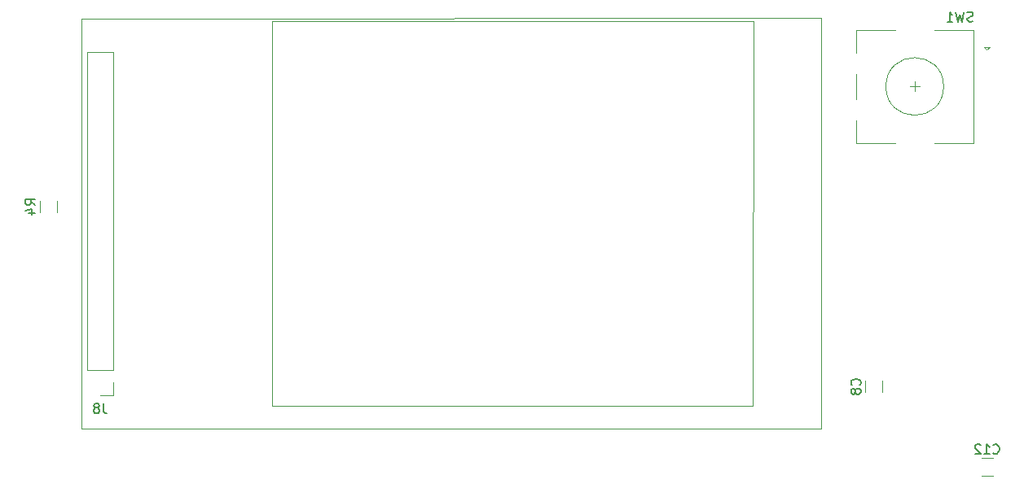
<source format=gbr>
G04 #@! TF.GenerationSoftware,KiCad,Pcbnew,(5.1.8)-1*
G04 #@! TF.CreationDate,2020-12-31T15:53:55+01:00*
G04 #@! TF.ProjectId,vfo-pcb,76666f2d-7063-4622-9e6b-696361645f70,rev?*
G04 #@! TF.SameCoordinates,Original*
G04 #@! TF.FileFunction,Legend,Bot*
G04 #@! TF.FilePolarity,Positive*
%FSLAX46Y46*%
G04 Gerber Fmt 4.6, Leading zero omitted, Abs format (unit mm)*
G04 Created by KiCad (PCBNEW (5.1.8)-1) date 2020-12-31 15:53:55*
%MOMM*%
%LPD*%
G01*
G04 APERTURE LIST*
%ADD10C,0.120000*%
%ADD11C,0.150000*%
G04 APERTURE END LIST*
D10*
X69997320Y-65669160D02*
X120035320Y-65659000D01*
X70025260Y-105669080D02*
X69997320Y-65669160D01*
X120025160Y-105681780D02*
X70025260Y-105669080D01*
X120025160Y-105674160D02*
X120032780Y-65660880D01*
X50233580Y-108064300D02*
X50251360Y-65374520D01*
X127106680Y-108036360D02*
X50228500Y-108059220D01*
X127126720Y-65318640D02*
X127106400Y-108036360D01*
X50251360Y-65374520D02*
X127124460Y-65318640D01*
X131670380Y-103070576D02*
X131670380Y-104274704D01*
X133490380Y-103070576D02*
X133490380Y-104274704D01*
X144947724Y-112964640D02*
X143743596Y-112964640D01*
X144947724Y-111144640D02*
X143743596Y-111144640D01*
X50831440Y-101965760D02*
X53491440Y-101965760D01*
X50831440Y-101965760D02*
X50831440Y-68885760D01*
X50831440Y-68885760D02*
X53491440Y-68885760D01*
X53491440Y-101965760D02*
X53491440Y-68885760D01*
X53491440Y-104565760D02*
X53491440Y-103235760D01*
X52161440Y-104565760D02*
X53491440Y-104565760D01*
X139827880Y-72436360D02*
G75*
G03*
X139827880Y-72436360I-3000000J0D01*
G01*
X134827880Y-66536360D02*
X130727880Y-66536360D01*
X130727880Y-78336360D02*
X134827880Y-78336360D01*
X138827880Y-78336360D02*
X142927880Y-78336360D01*
X138827880Y-66536360D02*
X142927880Y-66536360D01*
X142927880Y-66536360D02*
X142927880Y-78336360D01*
X144327880Y-68636360D02*
X144627880Y-68336360D01*
X144627880Y-68336360D02*
X144027880Y-68336360D01*
X144027880Y-68336360D02*
X144327880Y-68636360D01*
X130727880Y-66536360D02*
X130727880Y-68936360D01*
X130727880Y-71136360D02*
X130727880Y-73736360D01*
X130727880Y-75936360D02*
X130727880Y-78336360D01*
X136827880Y-71936360D02*
X136827880Y-72936360D01*
X137327880Y-72436360D02*
X136327880Y-72436360D01*
X47691720Y-84350776D02*
X47691720Y-85554904D01*
X45871720Y-84350776D02*
X45871720Y-85554904D01*
D11*
X131117522Y-103505973D02*
X131165141Y-103458354D01*
X131212760Y-103315497D01*
X131212760Y-103220259D01*
X131165141Y-103077401D01*
X131069903Y-102982163D01*
X130974665Y-102934544D01*
X130784189Y-102886925D01*
X130641332Y-102886925D01*
X130450856Y-102934544D01*
X130355618Y-102982163D01*
X130260380Y-103077401D01*
X130212760Y-103220259D01*
X130212760Y-103315497D01*
X130260380Y-103458354D01*
X130307999Y-103505973D01*
X130641332Y-104077401D02*
X130593713Y-103982163D01*
X130546094Y-103934544D01*
X130450856Y-103886925D01*
X130403237Y-103886925D01*
X130307999Y-103934544D01*
X130260380Y-103982163D01*
X130212760Y-104077401D01*
X130212760Y-104267878D01*
X130260380Y-104363116D01*
X130307999Y-104410735D01*
X130403237Y-104458354D01*
X130450856Y-104458354D01*
X130546094Y-104410735D01*
X130593713Y-104363116D01*
X130641332Y-104267878D01*
X130641332Y-104077401D01*
X130688951Y-103982163D01*
X130736570Y-103934544D01*
X130831808Y-103886925D01*
X131022284Y-103886925D01*
X131117522Y-103934544D01*
X131165141Y-103982163D01*
X131212760Y-104077401D01*
X131212760Y-104267878D01*
X131165141Y-104363116D01*
X131117522Y-104410735D01*
X131022284Y-104458354D01*
X130831808Y-104458354D01*
X130736570Y-104410735D01*
X130688951Y-104363116D01*
X130641332Y-104267878D01*
X144988517Y-110591782D02*
X145036136Y-110639401D01*
X145178993Y-110687020D01*
X145274231Y-110687020D01*
X145417088Y-110639401D01*
X145512326Y-110544163D01*
X145559945Y-110448925D01*
X145607564Y-110258449D01*
X145607564Y-110115592D01*
X145559945Y-109925116D01*
X145512326Y-109829878D01*
X145417088Y-109734640D01*
X145274231Y-109687020D01*
X145178993Y-109687020D01*
X145036136Y-109734640D01*
X144988517Y-109782259D01*
X144036136Y-110687020D02*
X144607564Y-110687020D01*
X144321850Y-110687020D02*
X144321850Y-109687020D01*
X144417088Y-109829878D01*
X144512326Y-109925116D01*
X144607564Y-109972735D01*
X143655183Y-109782259D02*
X143607564Y-109734640D01*
X143512326Y-109687020D01*
X143274231Y-109687020D01*
X143178993Y-109734640D01*
X143131374Y-109782259D01*
X143083755Y-109877497D01*
X143083755Y-109972735D01*
X143131374Y-110115592D01*
X143702802Y-110687020D01*
X143083755Y-110687020D01*
X52494773Y-105458140D02*
X52494773Y-106172426D01*
X52542392Y-106315283D01*
X52637630Y-106410521D01*
X52780487Y-106458140D01*
X52875725Y-106458140D01*
X51875725Y-105886712D02*
X51970963Y-105839093D01*
X52018582Y-105791474D01*
X52066201Y-105696236D01*
X52066201Y-105648617D01*
X52018582Y-105553379D01*
X51970963Y-105505760D01*
X51875725Y-105458140D01*
X51685249Y-105458140D01*
X51590011Y-105505760D01*
X51542392Y-105553379D01*
X51494773Y-105648617D01*
X51494773Y-105696236D01*
X51542392Y-105791474D01*
X51590011Y-105839093D01*
X51685249Y-105886712D01*
X51875725Y-105886712D01*
X51970963Y-105934331D01*
X52018582Y-105981950D01*
X52066201Y-106077188D01*
X52066201Y-106267664D01*
X52018582Y-106362902D01*
X51970963Y-106410521D01*
X51875725Y-106458140D01*
X51685249Y-106458140D01*
X51590011Y-106410521D01*
X51542392Y-106362902D01*
X51494773Y-106267664D01*
X51494773Y-106077188D01*
X51542392Y-105981950D01*
X51590011Y-105934331D01*
X51685249Y-105886712D01*
X142861213Y-65641121D02*
X142718356Y-65688740D01*
X142480260Y-65688740D01*
X142385022Y-65641121D01*
X142337403Y-65593502D01*
X142289784Y-65498264D01*
X142289784Y-65403026D01*
X142337403Y-65307788D01*
X142385022Y-65260169D01*
X142480260Y-65212550D01*
X142670737Y-65164931D01*
X142765975Y-65117312D01*
X142813594Y-65069693D01*
X142861213Y-64974455D01*
X142861213Y-64879217D01*
X142813594Y-64783979D01*
X142765975Y-64736360D01*
X142670737Y-64688740D01*
X142432641Y-64688740D01*
X142289784Y-64736360D01*
X141956451Y-64688740D02*
X141718356Y-65688740D01*
X141527880Y-64974455D01*
X141337403Y-65688740D01*
X141099308Y-64688740D01*
X140194546Y-65688740D02*
X140765975Y-65688740D01*
X140480260Y-65688740D02*
X140480260Y-64688740D01*
X140575499Y-64831598D01*
X140670737Y-64926836D01*
X140765975Y-64974455D01*
X45414100Y-84786173D02*
X44937910Y-84452840D01*
X45414100Y-84214744D02*
X44414100Y-84214744D01*
X44414100Y-84595697D01*
X44461720Y-84690935D01*
X44509339Y-84738554D01*
X44604577Y-84786173D01*
X44747434Y-84786173D01*
X44842672Y-84738554D01*
X44890291Y-84690935D01*
X44937910Y-84595697D01*
X44937910Y-84214744D01*
X44747434Y-85643316D02*
X45414100Y-85643316D01*
X44366481Y-85405220D02*
X45080767Y-85167125D01*
X45080767Y-85786173D01*
M02*

</source>
